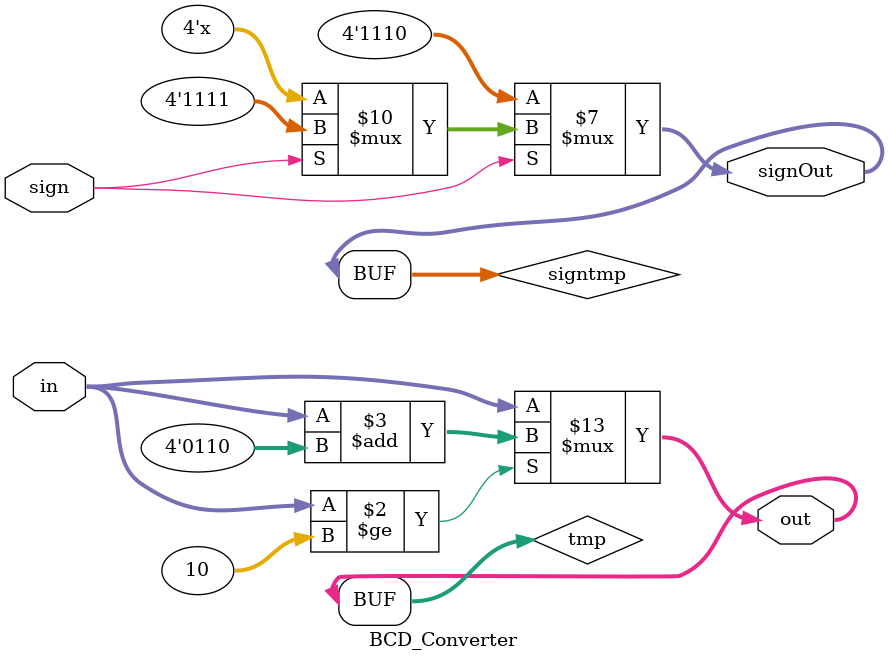
<source format=v>
`timescale 1ns / 1ps


module BCD_Converter(
                    input [3:0] in,
                    input sign,
                    output [3:0] out,
                    output [3:0] signOut
    );
    
    reg [3:0] tmp;
    reg [3:0] signtmp;
    
    always@(in)
    begin

            if(in >= 10)
                tmp <= in + 4'b0110;
            else
                tmp <= in;
                
    if(sign == 1) signtmp = 4'b1111;
    if(sign == 0) signtmp = 4'b1110; 
    end
    
    assign out = tmp;
    assign signOut = signtmp;
    
endmodule

</source>
